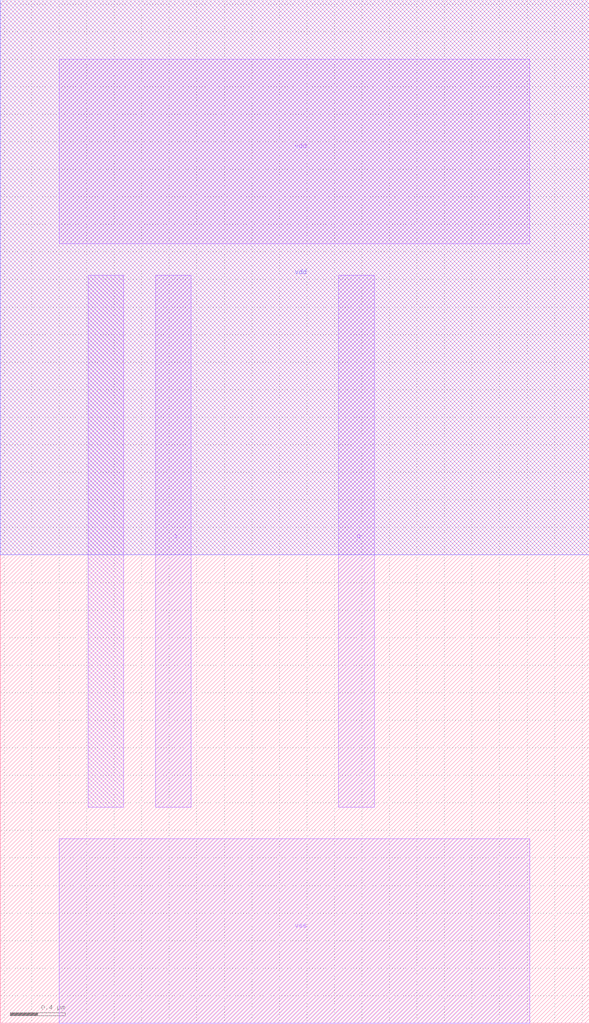
<source format=lef>
VERSION 5.7 ;
  NOWIREEXTENSIONATPIN ON ;
  DIVIDERCHAR "/" ;
  BUSBITCHARS "[]" ;
MACRO buf_x2
  CLASS BLOCK ;
  FOREIGN buf_x2 ;
  ORIGIN 0.430 0.000 ;
  SIZE 4.280 BY 7.430 ;
  PIN vdd
    ANTENNADIFFAREA 2.639600 ;
    PORT
      LAYER Nwell ;
        RECT -0.430 3.400 3.850 7.430 ;
      LAYER Metal1 ;
        RECT 0.000 5.660 3.420 7.000 ;
    END
  END vdd
  PIN vss
    ANTENNADIFFAREA 2.463600 ;
    PORT
      LAYER Metal1 ;
        RECT 0.000 0.000 3.420 1.340 ;
    END
  END vss
  PIN i
    ANTENNAGATEAREA 0.492800 ;
    PORT
      LAYER Metal1 ;
        RECT 0.700 1.570 0.960 5.430 ;
    END
  END i
  PIN q
    ANTENNADIFFAREA 1.367600 ;
    PORT
      LAYER Metal1 ;
        RECT 2.030 1.570 2.290 5.430 ;
    END
  END q
  OBS
      LAYER Metal1 ;
        RECT 0.210 1.570 0.470 5.430 ;
  END
END buf_x2
END LIBRARY


</source>
